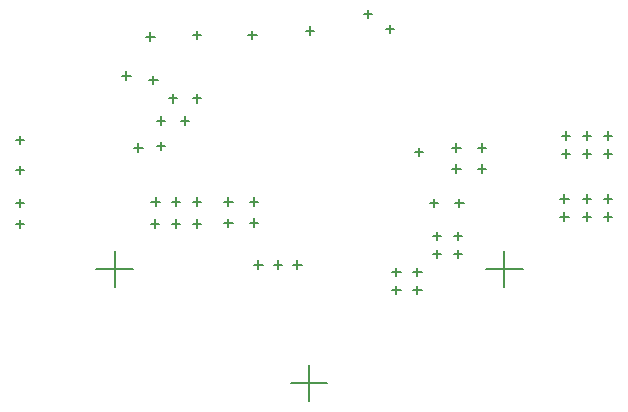
<source format=gbr>
%TF.GenerationSoftware,Altium Limited,Altium Designer,18.1.9 (240)*%
G04 Layer_Color=128*
%FSLAX26Y26*%
%MOIN*%
%TF.FileFunction,Drillmap*%
%TF.Part,Single*%
G01*
G75*
%TA.AperFunction,NonConductor*%
%ADD29C,0.005000*%
D29*
X-184000Y-360000D02*
X-156000D01*
X-170000Y-374000D02*
Y-346000D01*
X-119000Y-360000D02*
X-91000D01*
X-105000Y-374000D02*
Y-346000D01*
X181000Y475000D02*
X209000D01*
X195000Y461000D02*
Y489000D01*
X351000Y15000D02*
X379000D01*
X365000Y1000D02*
Y29000D01*
X561000Y-40000D02*
X589000D01*
X575000Y-54000D02*
Y-26000D01*
X476000Y-40000D02*
X504000D01*
X490000Y-54000D02*
Y-26000D01*
X476000Y30000D02*
X504000D01*
X490000Y16000D02*
Y44000D01*
X254910Y425000D02*
X282910D01*
X268910Y411000D02*
Y439000D01*
X-12432Y420000D02*
X15568D01*
X1568Y406000D02*
Y434000D01*
X-204000Y405000D02*
X-176000D01*
X-190000Y391000D02*
Y419000D01*
X-389000Y405000D02*
X-361000D01*
X-375000Y391000D02*
Y419000D01*
X-544000Y400000D02*
X-516000D01*
X-530000Y386000D02*
Y414000D01*
X-624000Y270000D02*
X-596000D01*
X-610000Y256000D02*
Y284000D01*
X-534000Y255000D02*
X-506000D01*
X-520000Y241000D02*
Y269000D01*
X981000Y70000D02*
X1009000D01*
X995000Y56000D02*
Y84000D01*
X981000Y10000D02*
X1009000D01*
X995000Y-4000D02*
Y24000D01*
X841000Y70000D02*
X869000D01*
X855000Y56000D02*
Y84000D01*
X911000Y10000D02*
X939000D01*
X925000Y-4000D02*
Y24000D01*
X841000Y10000D02*
X869000D01*
X855000Y-4000D02*
Y24000D01*
X911000Y70000D02*
X939000D01*
X925000Y56000D02*
Y84000D01*
X836000Y-140000D02*
X864000D01*
X850000Y-154000D02*
Y-126000D01*
X836000Y-200000D02*
X864000D01*
X850000Y-214000D02*
Y-186000D01*
X981000Y-140000D02*
X1009000D01*
X995000Y-154000D02*
Y-126000D01*
X911000Y-200000D02*
X939000D01*
X925000Y-214000D02*
Y-186000D01*
X981000Y-200000D02*
X1009000D01*
X995000Y-214000D02*
Y-186000D01*
X911000Y-140000D02*
X939000D01*
X925000Y-154000D02*
Y-126000D01*
X481000Y-265000D02*
X509000D01*
X495000Y-279000D02*
Y-251000D01*
X411000Y-325000D02*
X439000D01*
X425000Y-339000D02*
Y-311000D01*
X481000Y-325000D02*
X509000D01*
X495000Y-339000D02*
Y-311000D01*
X411000Y-265000D02*
X439000D01*
X425000Y-279000D02*
Y-251000D01*
X561000Y30000D02*
X589000D01*
X575000Y16000D02*
Y44000D01*
X486000Y-154004D02*
X514000D01*
X500000Y-168004D02*
Y-140004D01*
X401000Y-154922D02*
X429000D01*
X415000Y-168922D02*
Y-140922D01*
X276000Y-385000D02*
X304000D01*
X290000Y-399000D02*
Y-371000D01*
X346000Y-445000D02*
X374000D01*
X360000Y-459000D02*
Y-431000D01*
X276000Y-445000D02*
X304000D01*
X290000Y-459000D02*
Y-431000D01*
X346000Y-385000D02*
X374000D01*
X360000Y-399000D02*
Y-371000D01*
X-979000Y-225000D02*
X-951000D01*
X-965000Y-239000D02*
Y-211000D01*
X-979000Y-155000D02*
X-951000D01*
X-965000Y-169000D02*
Y-141000D01*
X-529000Y-223024D02*
X-501000D01*
X-515000Y-237024D02*
Y-209024D01*
X-526651Y-150000D02*
X-498651D01*
X-512651Y-164000D02*
Y-136000D01*
X-389000Y-150000D02*
X-361000D01*
X-375000Y-164000D02*
Y-136000D01*
X-389000Y-223024D02*
X-361000D01*
X-375000Y-237024D02*
Y-209024D01*
X-284000Y-220917D02*
X-256000D01*
X-270000Y-234917D02*
Y-206917D01*
X-199000Y-220000D02*
X-171000D01*
X-185000Y-234000D02*
Y-206000D01*
X-199000Y-150000D02*
X-171000D01*
X-185000Y-164000D02*
Y-136000D01*
X-284000Y-150000D02*
X-256000D01*
X-270000Y-164000D02*
Y-136000D01*
X-459000Y-150000D02*
X-431000D01*
X-445000Y-164000D02*
Y-136000D01*
X-459000Y-223024D02*
X-431000D01*
X-445000Y-237024D02*
Y-209024D01*
X-979000Y-45000D02*
X-951000D01*
X-965000Y-59000D02*
Y-31000D01*
X-979000Y55000D02*
X-951000D01*
X-965000Y41000D02*
Y69000D01*
X-584000Y30000D02*
X-556000D01*
X-570000Y16000D02*
Y44000D01*
X-509000Y35000D02*
X-481000D01*
X-495000Y21000D02*
Y49000D01*
X-509000Y120000D02*
X-481000D01*
X-495000Y106000D02*
Y134000D01*
X-429000Y120000D02*
X-401000D01*
X-415000Y106000D02*
Y134000D01*
X-469000Y194000D02*
X-441000D01*
X-455000Y180000D02*
Y208000D01*
X-389000Y194000D02*
X-361000D01*
X-375000Y180000D02*
Y208000D01*
X-710524Y-375000D02*
X-588476D01*
X-649500Y-436024D02*
Y-313976D01*
X588976Y-375000D02*
X711024D01*
X650000Y-436024D02*
Y-313976D01*
X-61821Y-755000D02*
X60226D01*
X-798Y-816024D02*
Y-693976D01*
X-54000Y-360000D02*
X-26000D01*
X-40000Y-374000D02*
Y-346000D01*
%TF.MD5,f2d02d1dcb8ab6d9c58cfc9f9ba2ce70*%
M02*

</source>
